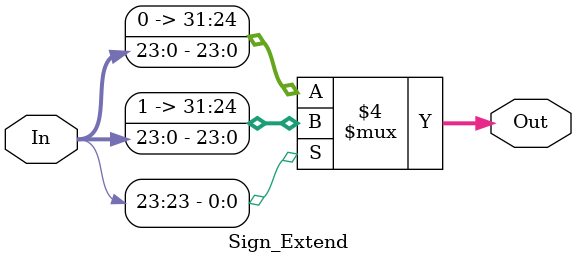
<source format=v>
module Sign_Extend(
  input [23:0] In,
  output reg [31:0] Out
);

  always @(In) begin
    if (In[23] == 1) 
      Out <= {8'b11111111, In}; 
    else
      Out <= {8'b00000000, In}; 
  end

endmodule

</source>
